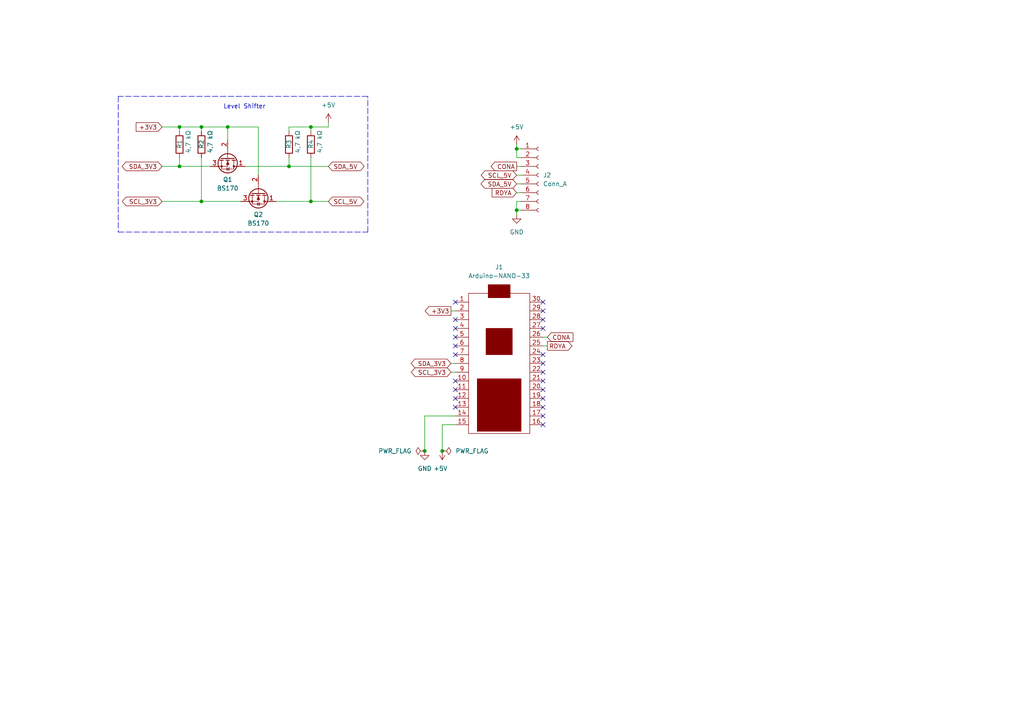
<source format=kicad_sch>
(kicad_sch (version 20211123) (generator eeschema)
  (paper "A4")
  (lib_symbols
    (symbol "Arduino-nano-33:Arduino-NANO-33" (pin_names (offset 1.016) hide)
      (property "Reference" "J" (at 0 24.765 0))
      (property "Value" "Arduino-NANO-33" (at 1.27 -22.86 0))
      (symbol "Arduino-NANO-33_0_1"
        (rectangle (start -8.89 -20.32) (end 8.89 20.32))
        (rectangle (start -3.81 10.16) (end 3.81 2.54) (fill (type outline)))
        (rectangle (start -3.175 22.86) (end 3.175 19.05) (fill (type outline)))
        (rectangle (start 6.35 -19.685) (end -6.35 -4.445) (fill (type outline)))
      )
      (symbol "Arduino-NANO-33_1_1"
        (pin passive line (at -12.7 17.78 0) (length 3.81) (name "1") (number "1"))
        (pin passive line (at -12.7 -5.08 0) (length 3.81) (name "10") (number "10"))
        (pin passive line (at -12.7 -7.62 0) (length 3.81) (name "11") (number "11"))
        (pin passive line (at -12.7 -10.16 0) (length 3.81) (name "12") (number "12"))
        (pin passive line (at -12.7 -12.7 0) (length 3.81) (name "13") (number "13"))
        (pin passive line (at -12.7 -15.24 0) (length 3.81) (name "14") (number "14"))
        (pin passive line (at -12.7 -17.78 0) (length 3.81) (name "15") (number "15"))
        (pin passive line (at 12.7 -17.78 180) (length 3.81) (name "16") (number "16"))
        (pin passive line (at 12.7 -15.24 180) (length 3.81) (name "17") (number "17"))
        (pin passive line (at 12.7 -12.7 180) (length 3.81) (name "18") (number "18"))
        (pin passive line (at 12.7 -10.16 180) (length 3.81) (name "19") (number "19"))
        (pin passive line (at -12.7 15.24 0) (length 3.81) (name "2") (number "2"))
        (pin passive line (at 12.7 -7.62 180) (length 3.81) (name "20") (number "20"))
        (pin passive line (at 12.7 -5.08 180) (length 3.81) (name "21") (number "21"))
        (pin passive line (at 12.7 -2.54 180) (length 3.81) (name "22") (number "22"))
        (pin passive line (at 12.7 0 180) (length 3.81) (name "23") (number "23"))
        (pin passive line (at 12.7 2.54 180) (length 3.81) (name "24") (number "24"))
        (pin passive line (at 12.7 5.08 180) (length 3.81) (name "25") (number "25"))
        (pin passive line (at 12.7 7.62 180) (length 3.81) (name "26") (number "26"))
        (pin passive line (at 12.7 10.16 180) (length 3.81) (name "27") (number "27"))
        (pin passive line (at 12.7 12.7 180) (length 3.81) (name "28") (number "28"))
        (pin passive line (at 12.7 15.24 180) (length 3.81) (name "29") (number "29"))
        (pin passive line (at -12.7 12.7 0) (length 3.81) (name "3") (number "3"))
        (pin passive line (at 12.7 17.78 180) (length 3.81) (name "30") (number "30"))
        (pin passive line (at -12.7 10.16 0) (length 3.81) (name "4") (number "4"))
        (pin passive line (at -12.7 7.62 0) (length 3.81) (name "5") (number "5"))
        (pin passive line (at -12.7 5.08 0) (length 3.81) (name "6") (number "6"))
        (pin passive line (at -12.7 2.54 0) (length 3.81) (name "7") (number "7"))
        (pin passive line (at -12.7 0 0) (length 3.81) (name "8") (number "8"))
        (pin passive line (at -12.7 -2.54 0) (length 3.81) (name "9") (number "9"))
      )
    )
    (symbol "Connector:Conn_01x08_Female" (pin_names (offset 1.016) hide)
      (property "Reference" "J" (at 0 10.16 0))
      (property "Value" "Conn_01x08_Female" (at 0 -12.7 0))
      (symbol "Conn_01x08_Female_1_1"
        (arc (start 0 -9.652) (mid -0.508 -10.16) (end 0 -10.668) (stroke (width 0.1524)))
        (arc (start 0 -7.112) (mid -0.508 -7.62) (end 0 -8.128) (stroke (width 0.1524)))
        (arc (start 0 -4.572) (mid -0.508 -5.08) (end 0 -5.588) (stroke (width 0.1524)))
        (arc (start 0 -2.032) (mid -0.508 -2.54) (end 0 -3.048) (stroke (width 0.1524)))
        (polyline (pts (xy -1.27 -10.16) (xy -0.508 -10.16)) (stroke (width 0.1524)))
        (polyline (pts (xy -1.27 -7.62) (xy -0.508 -7.62)) (stroke (width 0.1524)))
        (polyline (pts (xy -1.27 -5.08) (xy -0.508 -5.08)) (stroke (width 0.1524)))
        (polyline (pts (xy -1.27 -2.54) (xy -0.508 -2.54)) (stroke (width 0.1524)))
        (polyline (pts (xy -1.27 0) (xy -0.508 0)) (stroke (width 0.1524)))
        (polyline (pts (xy -1.27 2.54) (xy -0.508 2.54)) (stroke (width 0.1524)))
        (polyline (pts (xy -1.27 5.08) (xy -0.508 5.08)) (stroke (width 0.1524)))
        (polyline (pts (xy -1.27 7.62) (xy -0.508 7.62)) (stroke (width 0.1524)))
        (arc (start 0 0.508) (mid -0.508 0) (end 0 -0.508) (stroke (width 0.1524)))
        (arc (start 0 3.048) (mid -0.508 2.54) (end 0 2.032) (stroke (width 0.1524)))
        (arc (start 0 5.588) (mid -0.508 5.08) (end 0 4.572) (stroke (width 0.1524)))
        (arc (start 0 8.128) (mid -0.508 7.62) (end 0 7.112) (stroke (width 0.1524)))
        (pin passive line (at -5.08 7.62 0) (length 3.81) (name "Pin_1") (number "1"))
        (pin passive line (at -5.08 5.08 0) (length 3.81) (name "Pin_2") (number "2"))
        (pin passive line (at -5.08 2.54 0) (length 3.81) (name "Pin_3") (number "3"))
        (pin passive line (at -5.08 0 0) (length 3.81) (name "Pin_4") (number "4"))
        (pin passive line (at -5.08 -2.54 0) (length 3.81) (name "Pin_5") (number "5"))
        (pin passive line (at -5.08 -5.08 0) (length 3.81) (name "Pin_6") (number "6"))
        (pin passive line (at -5.08 -7.62 0) (length 3.81) (name "Pin_7") (number "7"))
        (pin passive line (at -5.08 -10.16 0) (length 3.81) (name "Pin_8") (number "8"))
      )
    )
    (symbol "Device:R" (pin_numbers hide) (pin_names (offset 0))
      (property "Reference" "R" (at 2.032 0 90))
      (property "Value" "R" (at 0 0 90))
      (symbol "R_0_1"
        (rectangle (start -1.016 -2.54) (end 1.016 2.54) (stroke (width 0.254)))
      )
      (symbol "R_1_1"
        (pin passive line (at 0 3.81 270) (length 1.27) (name "~") (number "1"))
        (pin passive line (at 0 -3.81 90) (length 1.27) (name "~") (number "2"))
      )
    )
    (symbol "Transistor_FET:BS170" (pin_names hide)
      (property "Reference" "Q" (at 5.08 1.905 0))
      (property "Value" "BS170" (at 5.08 0 0))
      (symbol "BS170_0_1"
        (polyline (pts (xy 0.254 0) (xy -2.54 0)))
        (polyline (pts (xy 0.254 1.905) (xy 0.254 -1.905)) (stroke (width 0.254)))
        (polyline (pts (xy 0.762 -1.27) (xy 0.762 -2.286)) (stroke (width 0.254)))
        (polyline (pts (xy 0.762 0.508) (xy 0.762 -0.508)) (stroke (width 0.254)))
        (polyline (pts (xy 0.762 2.286) (xy 0.762 1.27)) (stroke (width 0.254)))
        (polyline (pts (xy 2.54 2.54) (xy 2.54 1.778)))
        (polyline (pts (xy 2.54 -2.54) (xy 2.54 0) (xy 0.762 0)))
        (polyline (pts (xy 0.762 -1.778) (xy 3.302 -1.778) (xy 3.302 1.778) (xy 0.762 1.778)))
        (polyline (pts (xy 1.016 0) (xy 2.032 0.381) (xy 2.032 -0.381) (xy 1.016 0)) (fill (type outline)))
        (polyline (pts (xy 2.794 0.508) (xy 2.921 0.381) (xy 3.683 0.381) (xy 3.81 0.254)))
        (polyline (pts (xy 3.302 0.381) (xy 2.921 -0.254) (xy 3.683 -0.254) (xy 3.302 0.381)))
        (circle (center 1.651 0) (radius 2.794) (stroke (width 0.254)))
        (circle (center 2.54 -1.778) (radius 0.254) (fill (type outline)))
        (circle (center 2.54 1.778) (radius 0.254) (fill (type outline)))
      )
      (symbol "BS170_1_1"
        (pin passive line (at 2.54 5.08 270) (length 2.54) (name "D") (number "1"))
        (pin input line (at -5.08 0 0) (length 2.54) (name "G") (number "2"))
        (pin passive line (at 2.54 -5.08 90) (length 2.54) (name "S") (number "3"))
      )
    )
    (symbol "power:+5V" (power) (pin_names (offset 0))
      (property "Value" "+5V" (at 0 3.556 0))
      (symbol "+5V_0_1"
        (polyline (pts (xy -0.762 1.27) (xy 0 2.54)))
        (polyline (pts (xy 0 0) (xy 0 2.54)))
        (polyline (pts (xy 0 2.54) (xy 0.762 1.27)))
      )
      (symbol "+5V_1_1"
        (pin power_in line (at 0 0 90) (length 0) hide (name "+5V") (number "1"))
      )
    )
    (symbol "power:GND" (power) (pin_names (offset 0))
      (property "Value" "GND" (at 0 -3.81 0))
      (symbol "GND_0_1"
        (polyline (pts (xy 0 0) (xy 0 -1.27) (xy 1.27 -1.27) (xy 0 -2.54) (xy -1.27 -1.27) (xy 0 -1.27)))
      )
      (symbol "GND_1_1"
        (pin power_in line (at 0 0 270) (length 0) hide (name "GND") (number "1"))
      )
    )
    (symbol "power:PWR_FLAG" (power) (pin_numbers hide) (pin_names (offset 0) hide)
      (property "Value" "PWR_FLAG" (at 0 3.81 0))
      (symbol "PWR_FLAG_0_0"
        (pin power_out line (at 0 0 90) (length 0) (name "pwr") (number "1"))
      )
      (symbol "PWR_FLAG_0_1"
        (polyline (pts (xy 0 0) (xy 0 1.27) (xy -1.016 1.905) (xy 0 2.54) (xy 1.016 1.905) (xy 0 1.27)))
      )
    )
  )
  (junction (at 52.07 48.26))
  (junction (at 123.19 130.81))
  (junction (at 58.42 58.42))
  (junction (at 149.86 60.96))
  (junction (at 149.86 43.18))
  (junction (at 66.04 36.83))
  (junction (at 128.27 130.81))
  (junction (at 58.42 36.83))
  (junction (at 83.82 48.26))
  (junction (at 52.07 36.83))
  (junction (at 90.17 36.83))
  (junction (at 90.17 58.42))
  (no_connect (at 157.48 92.71))
  (no_connect (at 157.48 102.87))
  (no_connect (at 157.48 120.65))
  (no_connect (at 132.08 95.25))
  (no_connect (at 157.48 110.49))
  (no_connect (at 157.48 90.17))
  (no_connect (at 132.08 113.03))
  (no_connect (at 157.48 107.95))
  (no_connect (at 132.08 97.79))
  (no_connect (at 132.08 100.33))
  (no_connect (at 132.08 115.57))
  (no_connect (at 132.08 87.63))
  (no_connect (at 157.48 123.19))
  (no_connect (at 132.08 102.87))
  (no_connect (at 132.08 118.11))
  (no_connect (at 157.48 113.03))
  (no_connect (at 157.48 118.11))
  (no_connect (at 132.08 110.49))
  (no_connect (at 132.08 92.71))
  (no_connect (at 157.48 105.41))
  (no_connect (at 157.48 87.63))
  (no_connect (at 157.48 115.57))
  (no_connect (at 157.48 95.25))
  (wire (pts (xy 71.12 48.26) (xy 83.82 48.26)))
  (wire (pts (xy 130.81 107.95) (xy 132.08 107.95)))
  (wire (pts (xy 90.17 36.83) (xy 95.25 36.83)))
  (wire (pts (xy 157.48 97.79) (xy 158.75 97.79)))
  (wire (pts (xy 157.48 100.33) (xy 158.75 100.33)))
  (wire (pts (xy 74.93 36.83) (xy 66.04 36.83)))
  (wire (pts (xy 95.25 35.56) (xy 95.25 36.83)))
  (wire (pts (xy 149.86 55.88) (xy 151.13 55.88)))
  (wire (pts (xy 52.07 48.26) (xy 60.96 48.26)))
  (wire (pts (xy 149.86 43.18) (xy 151.13 43.18)))
  (wire (pts (xy 74.93 50.8) (xy 74.93 36.83)))
  (wire (pts (xy 130.81 90.17) (xy 132.08 90.17)))
  (wire (pts (xy 151.13 45.72) (xy 149.86 45.72)))
  (wire (pts (xy 149.86 60.96) (xy 151.13 60.96)))
  (wire (pts (xy 66.04 36.83) (xy 58.42 36.83)))
  (wire (pts (xy 58.42 38.1) (xy 58.42 36.83)))
  (wire (pts (xy 52.07 45.72) (xy 52.07 48.26)))
  (wire (pts (xy 46.99 48.26) (xy 52.07 48.26)))
  (wire (pts (xy 46.99 58.42) (xy 58.42 58.42)))
  (wire (pts (xy 128.27 123.19) (xy 132.08 123.19)))
  (wire (pts (xy 83.82 48.26) (xy 95.25 48.26)))
  (polyline (pts (xy 34.29 27.94) (xy 34.29 67.31)))
  (wire (pts (xy 149.86 58.42) (xy 151.13 58.42)))
  (wire (pts (xy 149.86 48.26) (xy 151.13 48.26)))
  (polyline (pts (xy 106.68 27.94) (xy 34.29 27.94)))
  (wire (pts (xy 149.86 62.23) (xy 149.86 60.96)))
  (polyline (pts (xy 106.68 67.31) (xy 106.68 27.94)))
  (wire (pts (xy 149.86 53.34) (xy 151.13 53.34)))
  (wire (pts (xy 83.82 45.72) (xy 83.82 48.26)))
  (wire (pts (xy 130.81 105.41) (xy 132.08 105.41)))
  (wire (pts (xy 58.42 36.83) (xy 52.07 36.83)))
  (wire (pts (xy 52.07 38.1) (xy 52.07 36.83)))
  (wire (pts (xy 83.82 38.1) (xy 83.82 36.83)))
  (wire (pts (xy 58.42 58.42) (xy 69.85 58.42)))
  (wire (pts (xy 58.42 45.72) (xy 58.42 58.42)))
  (wire (pts (xy 80.01 58.42) (xy 90.17 58.42)))
  (wire (pts (xy 149.86 43.18) (xy 149.86 41.91)))
  (wire (pts (xy 90.17 45.72) (xy 90.17 58.42)))
  (wire (pts (xy 83.82 36.83) (xy 90.17 36.83)))
  (wire (pts (xy 149.86 45.72) (xy 149.86 43.18)))
  (polyline (pts (xy 34.29 67.31) (xy 106.68 67.31)))
  (wire (pts (xy 90.17 36.83) (xy 90.17 38.1)))
  (wire (pts (xy 46.99 36.83) (xy 52.07 36.83)))
  (wire (pts (xy 149.86 50.8) (xy 151.13 50.8)))
  (wire (pts (xy 66.04 40.64) (xy 66.04 36.83)))
  (wire (pts (xy 123.19 120.65) (xy 123.19 130.81)))
  (wire (pts (xy 123.19 120.65) (xy 132.08 120.65)))
  (wire (pts (xy 149.86 60.96) (xy 149.86 58.42)))
  (wire (pts (xy 128.27 123.19) (xy 128.27 130.81)))
  (wire (pts (xy 90.17 58.42) (xy 95.25 58.42)))
  (text "Level Shifter" (at 64.77 31.75 0) (effects (font (size 1.27 1.27)) (justify left bottom)))
  (global_label "RDYA" (shape input) (at 149.86 55.88 180) (property "Intersheet References" "${INTERSHEET_REFS}" (effects hide)))
  (global_label "+3V3" (shape output) (at 130.81 90.17 180) (property "Intersheet References" "${INTERSHEET_REFS}" (effects hide)))
  (global_label "SCL_5V" (shape bidirectional) (at 149.86 50.8 180) (property "Intersheet References" "${INTERSHEET_REFS}" (effects hide)))
  (global_label "SDA_3V3" (shape bidirectional) (at 130.81 105.41 180) (property "Intersheet References" "${INTERSHEET_REFS}" (effects hide)))
  (global_label "CONA" (shape output) (at 149.86 48.26 180) (property "Intersheet References" "${INTERSHEET_REFS}" (effects hide)))
  (global_label "SDA_5V" (shape bidirectional) (at 95.25 48.26 0) (property "Intersheet References" "${INTERSHEET_REFS}" (effects hide)))
  (global_label "RDYA" (shape output) (at 158.75 100.33 0) (property "Intersheet References" "${INTERSHEET_REFS}" (effects hide)))
  (global_label "SDA_5V" (shape bidirectional) (at 149.86 53.34 180) (property "Intersheet References" "${INTERSHEET_REFS}" (effects hide)))
  (global_label "SDA_3V3" (shape bidirectional) (at 46.99 48.26 180) (property "Intersheet References" "${INTERSHEET_REFS}" (effects hide)))
  (global_label "SCL_3V3" (shape bidirectional) (at 46.99 58.42 180) (property "Intersheet References" "${INTERSHEET_REFS}" (effects hide)))
  (global_label "CONA" (shape input) (at 158.75 97.79 0) (property "Intersheet References" "${INTERSHEET_REFS}" (effects hide)))
  (global_label "SCL_3V3" (shape bidirectional) (at 130.81 107.95 180) (property "Intersheet References" "${INTERSHEET_REFS}" (effects hide)))
  (global_label "SCL_5V" (shape bidirectional) (at 95.25 58.42 0) (property "Intersheet References" "${INTERSHEET_REFS}" (effects hide)))
  (global_label "+3V3" (shape input) (at 46.99 36.83 180) (property "Intersheet References" "${INTERSHEET_REFS}" (effects hide)))
  (symbol (lib_id "Device:R") (at 90.17 41.91 0) (unit 1)
    (property "Reference" "R4" (at 90.17 43.18 90) (effects (justify left)))
    (property "Value" "4,7 kΩ" (at 92.71 44.45 90) (effects (justify left)))
  )
  (symbol (lib_id "Arduino-nano-33:Arduino-NANO-33") (at 144.78 105.41 0) (unit 1)
    (property "Reference" "J1" (at 144.78 77.47 0))
    (property "Value" "Arduino-NANO-33" (at 144.78 80.01 0))
    (property "Footprint" "Nano_33:NANO_33_Footprint_SMD_Castell" (effects hide))
  )
  (symbol (lib_id "Transistor_FET:BS170") (at 74.93 55.88 270) (unit 1)
    (property "Reference" "Q2" (at 74.93 62.23 90))
    (property "Value" "BS170" (at 74.93 64.77 90))
    (property "Footprint" "Package_TO_SOT_THT:TO-92_Inline" (effects hide))
    (property "Datasheet" "https://www.onsemi.com/pub/Collateral/BS170-D.PDF" (effects hide))
  )
  (symbol (lib_id "Device:R") (at 52.07 41.91 0) (unit 1)
    (property "Reference" "R1" (at 52.07 43.18 90) (effects (justify left)))
    (property "Value" "4,7 kΩ" (at 54.61 44.45 90) (effects (justify left)))
  )
  (symbol (lib_id "power:GND") (at 149.86 62.23 0) (unit 1)
    (property "Reference" "#PWR05" (effects hide))
    (property "Value" "GND" (at 149.86 67.31 0))
  )
  (symbol (lib_id "power:+5V") (at 95.25 35.56 0) (unit 1)
    (property "Reference" "#PWR01" (effects hide))
    (property "Value" "+5V" (at 95.25 30.48 0))
  )
  (symbol (lib_id "Device:R") (at 58.42 41.91 0) (unit 1)
    (property "Reference" "R2" (at 58.42 43.18 90) (effects (justify left)))
    (property "Value" "4,7 kΩ" (at 60.96 44.45 90) (effects (justify left)))
  )
  (symbol (lib_id "power:+5V") (at 149.86 41.91 0) (unit 1)
    (property "Reference" "#PWR04" (effects hide))
    (property "Value" "+5V" (at 149.86 36.83 0))
  )
  (symbol (lib_id "Device:R") (at 83.82 41.91 0) (unit 1)
    (property "Reference" "R3" (at 83.82 43.18 90) (effects (justify left)))
    (property "Value" "4,7 kΩ" (at 86.36 44.45 90) (effects (justify left)))
  )
  (symbol (lib_id "power:GND") (at 123.19 130.81 0) (unit 1)
    (property "Reference" "#PWR02" (effects hide))
    (property "Value" "GND" (at 123.19 135.89 0))
  )
  (symbol (lib_id "Connector:Conn_01x08_Female") (at 156.21 50.8 0) (unit 1)
    (property "Reference" "J2" (at 157.48 50.7999 0) (effects (justify left)))
    (property "Value" "Conn_A" (at 157.48 53.3399 0) (effects (justify left)))
    (property "Footprint" "Connector_PinSocket_2.54mm:PinSocket_2x04_P2.54mm_Horizontal" (effects hide))
  )
  (symbol (lib_id "power:+5V") (at 128.27 130.81 180) (unit 1)
    (property "Reference" "#PWR03" (effects hide))
    (property "Value" "+5V" (at 125.73 135.89 0) (effects (justify right)))
  )
  (symbol (lib_id "power:PWR_FLAG") (at 123.19 130.81 90) (unit 1)
    (property "Reference" "#FLG0101" (effects hide))
    (property "Value" "PWR_FLAG" (at 119.38 130.8099 90) (effects (justify left)))
  )
  (symbol (lib_id "power:PWR_FLAG") (at 128.27 130.81 270) (mirror x) (unit 1)
    (property "Reference" "#FLG0102" (effects hide))
    (property "Value" "PWR_FLAG" (at 132.08 130.8099 90) (effects (justify left)))
  )
  (symbol (lib_id "Transistor_FET:BS170") (at 66.04 45.72 270) (unit 1)
    (property "Reference" "Q1" (at 66.04 52.07 90))
    (property "Value" "BS170" (at 66.04 54.61 90))
    (property "Footprint" "Package_TO_SOT_THT:TO-92_Inline" (effects hide))
    (property "Datasheet" "https://www.onsemi.com/pub/Collateral/BS170-D.PDF" (effects hide))
  )
)
</source>
